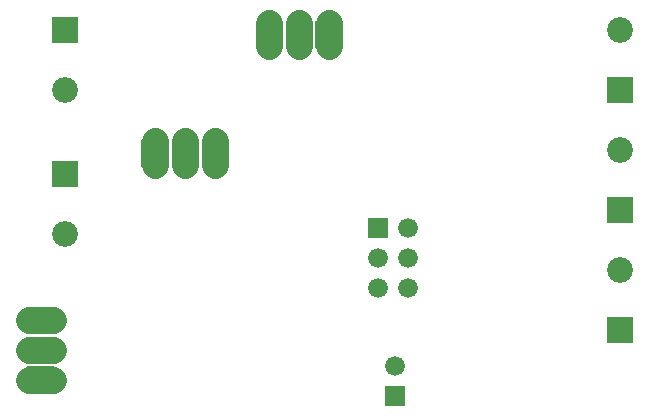
<source format=gbr>
G04 start of page 7 for group -4062 idx -4062 *
G04 Title: (unknown), soldermask *
G04 Creator: pcb 20110918 *
G04 CreationDate: Tue 27 May 2014 03:52:58 AM GMT UTC *
G04 For: ndholmes *
G04 Format: Gerber/RS-274X *
G04 PCB-Dimensions: 225000 140000 *
G04 PCB-Coordinate-Origin: lower left *
%MOIN*%
%FSLAX25Y25*%
%LNBOTTOMMASK*%
%ADD70C,0.0907*%
%ADD69C,0.0660*%
%ADD68C,0.0860*%
%ADD67C,0.0001*%
%ADD66C,0.0900*%
G54D66*X88500Y128000D03*
X98500D03*
G54D67*G36*
X104000Y132500D02*Y123500D01*
X113000D01*
Y132500D01*
X104000D01*
G37*
G36*
X201200Y113800D02*Y105200D01*
X209800D01*
Y113800D01*
X201200D01*
G37*
G54D68*X205500Y129500D03*
G54D67*G36*
X127200Y10800D02*Y4200D01*
X133800D01*
Y10800D01*
X127200D01*
G37*
G54D69*X130500Y17500D03*
G54D67*G36*
X201200Y33800D02*Y25200D01*
X209800D01*
Y33800D01*
X201200D01*
G37*
G54D69*X135000Y53500D03*
G54D68*X205500Y49500D03*
G54D67*G36*
X201200Y73800D02*Y65200D01*
X209800D01*
Y73800D01*
X201200D01*
G37*
G54D68*X205500Y89500D03*
G54D67*G36*
X121700Y66800D02*Y60200D01*
X128300D01*
Y66800D01*
X121700D01*
G37*
G54D69*X125000Y53500D03*
Y43500D03*
X135000Y63500D03*
Y43500D03*
G54D67*G36*
X16200Y85800D02*Y77200D01*
X24800D01*
Y85800D01*
X16200D01*
G37*
G54D68*X20500Y61500D03*
G54D67*G36*
X16200Y133800D02*Y125200D01*
X24800D01*
Y133800D01*
X16200D01*
G37*
G54D68*X20500Y109500D03*
G54D66*X70500Y88500D03*
X60500D03*
G54D67*G36*
X46000Y93000D02*Y84000D01*
X55000D01*
Y93000D01*
X46000D01*
G37*
G54D66*X12500Y33000D03*
Y23000D03*
G54D67*G36*
X8000Y17500D02*Y8500D01*
X17000D01*
Y17500D01*
X8000D01*
G37*
G54D70*X60500Y92437D02*Y84563D01*
X50500Y92437D02*Y84563D01*
X70500Y92437D02*Y84563D01*
X8563Y23000D02*X16437D01*
X8563Y13000D02*X16437D01*
X8563Y33000D02*X16437D01*
X98500Y131937D02*Y124063D01*
X108500Y131937D02*Y124063D01*
X88500Y131937D02*Y124063D01*
M02*

</source>
